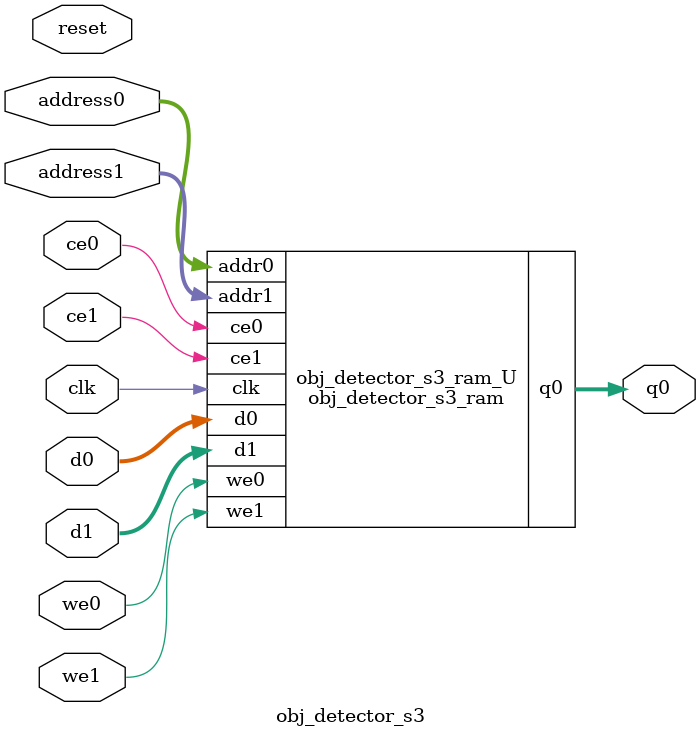
<source format=v>

`timescale 1 ns / 1 ps
module obj_detector_s3_ram (addr0, ce0, d0, we0, q0, addr1, ce1, d1, we1,  clk);

parameter DWIDTH = 32;
parameter AWIDTH = 10;
parameter MEM_SIZE = 864;

input[AWIDTH-1:0] addr0;
input ce0;
input[DWIDTH-1:0] d0;
input we0;
output reg[DWIDTH-1:0] q0;
input[AWIDTH-1:0] addr1;
input ce1;
input[DWIDTH-1:0] d1;
input we1;
input clk;

(* ram_style = "block" *)reg [DWIDTH-1:0] ram[MEM_SIZE-1:0];




always @(posedge clk)  
begin 
    if (ce0) 
    begin
        if (we0) 
        begin 
            ram[addr0] <= d0; 
            q0 <= d0;
        end 
        else 
            q0 <= ram[addr0];
    end
end


always @(posedge clk)  
begin 
    if (ce1) 
    begin
        if (we1) 
        begin 
            ram[addr1] <= d1; 
        end 
    end
end


endmodule


`timescale 1 ns / 1 ps
module obj_detector_s3(
    reset,
    clk,
    address0,
    ce0,
    we0,
    d0,
    q0,
    address1,
    ce1,
    we1,
    d1);

parameter DataWidth = 32'd32;
parameter AddressRange = 32'd864;
parameter AddressWidth = 32'd10;
input reset;
input clk;
input[AddressWidth - 1:0] address0;
input ce0;
input we0;
input[DataWidth - 1:0] d0;
output[DataWidth - 1:0] q0;
input[AddressWidth - 1:0] address1;
input ce1;
input we1;
input[DataWidth - 1:0] d1;



obj_detector_s3_ram obj_detector_s3_ram_U(
    .clk( clk ),
    .addr0( address0 ),
    .ce0( ce0 ),
    .d0( d0 ),
    .we0( we0 ),
    .q0( q0 ),
    .addr1( address1 ),
    .ce1( ce1 ),
    .d1( d1 ),
    .we1( we1 ));

endmodule


</source>
